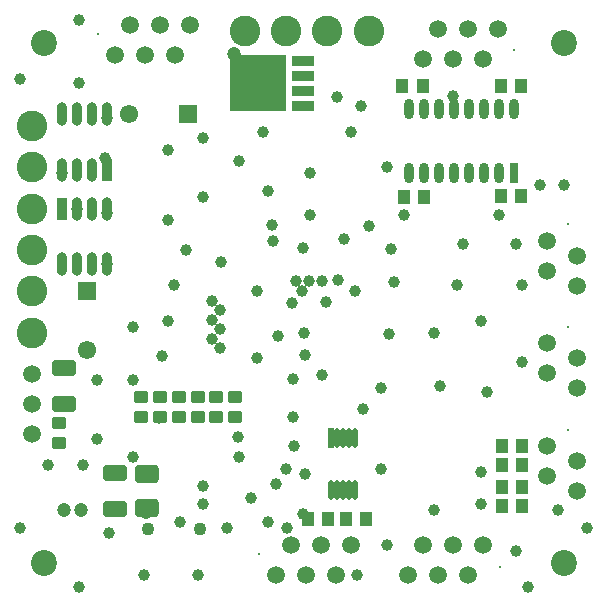
<source format=gbs>
G04 Layer_Color=16711935*
%FSLAX24Y24*%
%MOIN*%
G70*
G01*
G75*
%ADD38C,0.0394*%
G04:AMPARAMS|DCode=57|XSize=47.2mil|YSize=43.3mil|CornerRadius=8.4mil|HoleSize=0mil|Usage=FLASHONLY|Rotation=0.000|XOffset=0mil|YOffset=0mil|HoleType=Round|Shape=RoundedRectangle|*
%AMROUNDEDRECTD57*
21,1,0.0472,0.0266,0,0,0.0*
21,1,0.0305,0.0433,0,0,0.0*
1,1,0.0167,0.0153,-0.0133*
1,1,0.0167,-0.0153,-0.0133*
1,1,0.0167,-0.0153,0.0133*
1,1,0.0167,0.0153,0.0133*
%
%ADD57ROUNDEDRECTD57*%
G04:AMPARAMS|DCode=58|XSize=47.2mil|YSize=43.3mil|CornerRadius=8.4mil|HoleSize=0mil|Usage=FLASHONLY|Rotation=270.000|XOffset=0mil|YOffset=0mil|HoleType=Round|Shape=RoundedRectangle|*
%AMROUNDEDRECTD58*
21,1,0.0472,0.0266,0,0,270.0*
21,1,0.0305,0.0433,0,0,270.0*
1,1,0.0167,-0.0133,-0.0153*
1,1,0.0167,-0.0133,0.0153*
1,1,0.0167,0.0133,0.0153*
1,1,0.0167,0.0133,-0.0153*
%
%ADD58ROUNDEDRECTD58*%
%ADD67C,0.0591*%
%ADD68C,0.0079*%
%ADD69C,0.1024*%
%ADD70R,0.0610X0.0610*%
%ADD71C,0.0610*%
%ADD72R,0.0610X0.0610*%
%ADD73C,0.0433*%
%ADD74C,0.0866*%
%ADD75C,0.0472*%
%ADD76R,0.1899X0.1859*%
%ADD77R,0.0729X0.0319*%
%ADD78O,0.0315X0.0689*%
%ADD79R,0.0315X0.0689*%
%ADD80R,0.0197X0.0650*%
%ADD81O,0.0197X0.0650*%
%ADD82O,0.0362X0.0780*%
%ADD83R,0.0362X0.0780*%
G04:AMPARAMS|DCode=84|XSize=78.7mil|YSize=53.2mil|CornerRadius=9.6mil|HoleSize=0mil|Usage=FLASHONLY|Rotation=0.000|XOffset=0mil|YOffset=0mil|HoleType=Round|Shape=RoundedRectangle|*
%AMROUNDEDRECTD84*
21,1,0.0787,0.0340,0,0,0.0*
21,1,0.0595,0.0532,0,0,0.0*
1,1,0.0192,0.0298,-0.0170*
1,1,0.0192,-0.0298,-0.0170*
1,1,0.0192,-0.0298,0.0170*
1,1,0.0192,0.0298,0.0170*
%
%ADD84ROUNDEDRECTD84*%
G04:AMPARAMS|DCode=85|XSize=78.7mil|YSize=59.1mil|CornerRadius=10.3mil|HoleSize=0mil|Usage=FLASHONLY|Rotation=0.000|XOffset=0mil|YOffset=0mil|HoleType=Round|Shape=RoundedRectangle|*
%AMROUNDEDRECTD85*
21,1,0.0787,0.0384,0,0,0.0*
21,1,0.0581,0.0591,0,0,0.0*
1,1,0.0207,0.0290,-0.0192*
1,1,0.0207,-0.0290,-0.0192*
1,1,0.0207,-0.0290,0.0192*
1,1,0.0207,0.0290,0.0192*
%
%ADD85ROUNDEDRECTD85*%
D38*
X8268Y8031D02*
D03*
X10433Y7441D02*
D03*
X9488Y7323D02*
D03*
X12677Y8819D02*
D03*
X3268Y16024D02*
D03*
X2362Y17165D02*
D03*
X9528Y5079D02*
D03*
X9488Y6063D02*
D03*
X15748Y3150D02*
D03*
Y4213D02*
D03*
X16339Y12795D02*
D03*
X17717Y13780D02*
D03*
X18504D02*
D03*
X14961Y10433D02*
D03*
X15157Y11811D02*
D03*
X16929D02*
D03*
X17126Y10433D02*
D03*
X15748Y9252D02*
D03*
X17126Y7874D02*
D03*
X14370Y7087D02*
D03*
X9843Y8858D02*
D03*
X9882Y8110D02*
D03*
X8976Y8740D02*
D03*
X9449Y9843D02*
D03*
X8268Y10236D02*
D03*
X5315Y9252D02*
D03*
X5118Y8071D02*
D03*
X4134Y7283D02*
D03*
Y9055D02*
D03*
X2480Y4449D02*
D03*
X1299D02*
D03*
X2953Y5315D02*
D03*
Y7283D02*
D03*
X5315Y14961D02*
D03*
Y12598D02*
D03*
X6496Y13386D02*
D03*
X12008Y12402D02*
D03*
X11417Y15551D02*
D03*
X12598Y14370D02*
D03*
X13189Y12795D02*
D03*
X10039D02*
D03*
Y14173D02*
D03*
X8465Y15551D02*
D03*
X7677Y14567D02*
D03*
X8661Y13583D02*
D03*
X5512Y10433D02*
D03*
X7087Y11220D02*
D03*
X5906Y11614D02*
D03*
X6496Y15354D02*
D03*
X394Y17323D02*
D03*
X2362Y19291D02*
D03*
X394Y2362D02*
D03*
X2362Y394D02*
D03*
X7677Y4724D02*
D03*
X4134D02*
D03*
X3346Y2165D02*
D03*
X4528Y787D02*
D03*
X6299D02*
D03*
X7283Y2362D02*
D03*
X8071Y3346D02*
D03*
X5709Y2559D02*
D03*
X6496Y3150D02*
D03*
Y3740D02*
D03*
X8661Y2559D02*
D03*
X9252Y4331D02*
D03*
X11614Y787D02*
D03*
X12598Y1772D02*
D03*
X12402Y4331D02*
D03*
X14173Y2953D02*
D03*
X16929Y1575D02*
D03*
X18307Y2953D02*
D03*
X17323Y394D02*
D03*
X19291Y2362D02*
D03*
X15945Y6890D02*
D03*
X14173Y8858D02*
D03*
X11811Y6299D02*
D03*
X8780Y12441D02*
D03*
X9803Y11693D02*
D03*
X9567Y10591D02*
D03*
X10000D02*
D03*
X10433D02*
D03*
X10591Y9882D02*
D03*
X11181Y11988D02*
D03*
X9291Y2362D02*
D03*
X7657Y5374D02*
D03*
X6299Y6043D02*
D03*
X5000Y6024D02*
D03*
X9783Y10250D02*
D03*
X12421Y7008D02*
D03*
X12756Y11654D02*
D03*
X8819Y11929D02*
D03*
X10970Y10616D02*
D03*
X12835Y10551D02*
D03*
X10935Y16713D02*
D03*
X14803Y16732D02*
D03*
X11760Y16415D02*
D03*
X13799Y17087D02*
D03*
X17067D02*
D03*
X10650Y2638D02*
D03*
X9882Y4134D02*
D03*
X8898Y3819D02*
D03*
X9803Y2815D02*
D03*
X11535Y10236D02*
D03*
X7559Y6043D02*
D03*
X5669D02*
D03*
X4409Y6043D02*
D03*
X6772Y9291D02*
D03*
X6772Y8661D02*
D03*
X7047Y9606D02*
D03*
X7047Y8976D02*
D03*
X6772Y9921D02*
D03*
X7047Y8346D02*
D03*
X1768Y14177D02*
D03*
X3209Y14665D02*
D03*
X3268Y12835D02*
D03*
X3272Y11146D02*
D03*
X2272Y12992D02*
D03*
D57*
X4409Y6043D02*
D03*
Y6713D02*
D03*
X5039Y6043D02*
D03*
Y6713D02*
D03*
X5669Y6043D02*
D03*
Y6713D02*
D03*
X6299Y6043D02*
D03*
Y6713D02*
D03*
X6929Y6043D02*
D03*
Y6713D02*
D03*
X7559Y6043D02*
D03*
Y6713D02*
D03*
X1693Y5846D02*
D03*
Y5177D02*
D03*
D58*
X13839Y13386D02*
D03*
X13169D02*
D03*
X16398Y13425D02*
D03*
X17067D02*
D03*
X17067Y17087D02*
D03*
X16398D02*
D03*
X13799D02*
D03*
X13130D02*
D03*
X17106Y3071D02*
D03*
X16437D02*
D03*
X17106Y3701D02*
D03*
X16437D02*
D03*
X17106Y4449D02*
D03*
X16437D02*
D03*
X17106Y5079D02*
D03*
X16437D02*
D03*
X9980Y2638D02*
D03*
X10650D02*
D03*
X11240D02*
D03*
X11909D02*
D03*
D67*
X17953Y8504D02*
D03*
X18953Y8004D02*
D03*
X17953Y7504D02*
D03*
X18953Y7004D02*
D03*
X9898Y787D02*
D03*
X8898D02*
D03*
X11398Y1787D02*
D03*
X10898Y787D02*
D03*
X10398Y1787D02*
D03*
X9398D02*
D03*
X787Y7480D02*
D03*
Y5480D02*
D03*
Y6480D02*
D03*
X17953Y5079D02*
D03*
X18953Y3579D02*
D03*
X17953Y4079D02*
D03*
X18953Y4579D02*
D03*
X5543Y18110D02*
D03*
X4543D02*
D03*
X6043Y19110D02*
D03*
X5043D02*
D03*
X3543Y18110D02*
D03*
X4043Y19110D02*
D03*
X17953Y11929D02*
D03*
X18953Y10429D02*
D03*
X17953Y10929D02*
D03*
X18953Y11429D02*
D03*
X14299Y18976D02*
D03*
X15299D02*
D03*
X13799Y17976D02*
D03*
X14799D02*
D03*
X16299Y18976D02*
D03*
X15799Y17976D02*
D03*
X13827Y1772D02*
D03*
X14827D02*
D03*
X13327Y772D02*
D03*
X14327D02*
D03*
X15827Y1772D02*
D03*
X15327Y772D02*
D03*
D68*
X18661Y9055D02*
D03*
X8346Y1496D02*
D03*
X18661Y5630D02*
D03*
X2992Y18819D02*
D03*
X18661Y12480D02*
D03*
X16850Y18268D02*
D03*
X16378Y1063D02*
D03*
D69*
X787Y12992D02*
D03*
X10630Y18898D02*
D03*
X9252D02*
D03*
X7874D02*
D03*
X12008D02*
D03*
X787Y11614D02*
D03*
Y14370D02*
D03*
Y15748D02*
D03*
X787Y8858D02*
D03*
Y10236D02*
D03*
D70*
X5984Y16142D02*
D03*
D71*
X4016Y16142D02*
D03*
X2598Y8268D02*
D03*
D72*
X2598Y10236D02*
D03*
D73*
X6378Y2323D02*
D03*
X4646D02*
D03*
D74*
X1181Y18504D02*
D03*
X18504D02*
D03*
Y1181D02*
D03*
X1181D02*
D03*
D75*
X7520Y18150D02*
D03*
X2402Y2953D02*
D03*
X8268Y17520D02*
D03*
X7677Y16929D02*
D03*
X4567Y2874D02*
D03*
X1850Y2953D02*
D03*
D76*
X8320Y17165D02*
D03*
D77*
X9823Y16415D02*
D03*
Y17415D02*
D03*
Y16915D02*
D03*
Y17915D02*
D03*
D78*
X13350Y14173D02*
D03*
X13850D02*
D03*
X14350D02*
D03*
X14850D02*
D03*
X15850D02*
D03*
X15350D02*
D03*
X16350D02*
D03*
X13350Y16299D02*
D03*
X13850D02*
D03*
X14850D02*
D03*
X14350D02*
D03*
X15850D02*
D03*
X15350D02*
D03*
X16850D02*
D03*
X16350D02*
D03*
D79*
X16850Y14173D02*
D03*
D80*
X10748Y5354D02*
D03*
D81*
Y3622D02*
D03*
X10945D02*
D03*
X11142Y5354D02*
D03*
X10945D02*
D03*
X11535D02*
D03*
X11339D02*
D03*
Y3622D02*
D03*
X11142D02*
D03*
X11535D02*
D03*
D82*
X1768Y14291D02*
D03*
X2268D02*
D03*
X2768D02*
D03*
X1768Y16134D02*
D03*
X2268D02*
D03*
X2768D02*
D03*
X3268D02*
D03*
X3272Y12992D02*
D03*
X2772D02*
D03*
X2272D02*
D03*
X3272Y11150D02*
D03*
X2772D02*
D03*
X2272D02*
D03*
X1772D02*
D03*
D83*
X3268Y14291D02*
D03*
X1772Y12992D02*
D03*
D84*
X1850Y6496D02*
D03*
Y7677D02*
D03*
X3543Y2992D02*
D03*
Y4173D02*
D03*
D85*
X4606Y3012D02*
D03*
Y4154D02*
D03*
M02*

</source>
